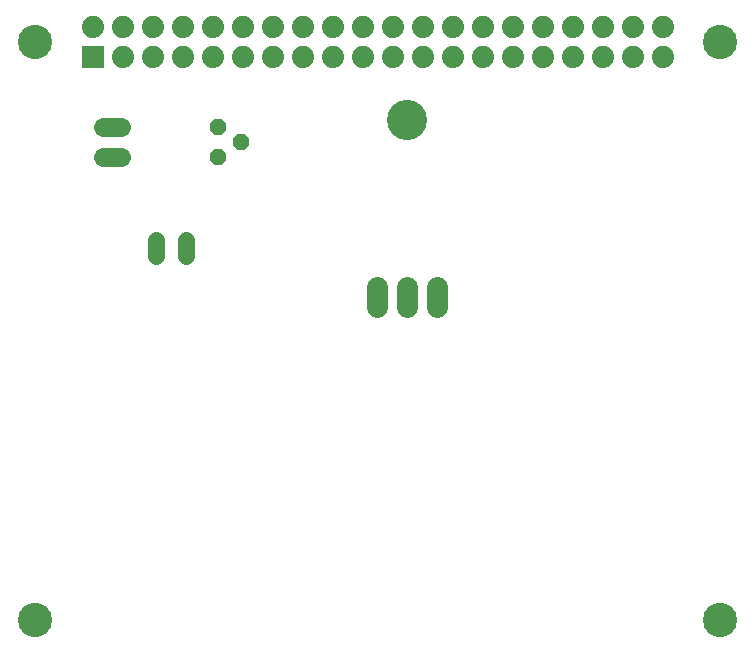
<source format=gbr>
G04 EAGLE Gerber RS-274X export*
G75*
%MOMM*%
%FSLAX34Y34*%
%LPD*%
%INSoldermask Bottom*%
%IPPOS*%
%AMOC8*
5,1,8,0,0,1.08239X$1,22.5*%
G01*
%ADD10C,2.901600*%
%ADD11R,1.879600X1.879600*%
%ADD12C,1.879600*%
%ADD13C,1.609600*%
%ADD14P,1.539592X8X292.500000*%
%ADD15C,1.422400*%
%ADD16C,1.778000*%
%ADD17C,3.403600*%


D10*
X35000Y35000D03*
X35000Y525000D03*
X615000Y525000D03*
X615000Y35000D03*
D11*
X83700Y512300D03*
D12*
X83700Y537700D03*
X109100Y512300D03*
X109100Y537700D03*
X134500Y512300D03*
X134500Y537700D03*
X159900Y512300D03*
X159900Y537700D03*
X185300Y512300D03*
X185300Y537700D03*
X210700Y512300D03*
X210700Y537700D03*
X236100Y512300D03*
X236100Y537700D03*
X261500Y512300D03*
X261500Y537700D03*
X286900Y512300D03*
X286900Y537700D03*
X312300Y512300D03*
X312300Y537700D03*
X337700Y512300D03*
X337700Y537700D03*
X363100Y512300D03*
X363100Y537700D03*
X388500Y512300D03*
X388500Y537700D03*
X413900Y512300D03*
X413900Y537700D03*
X439300Y512300D03*
X439300Y537700D03*
X464700Y512300D03*
X464700Y537700D03*
X490100Y512300D03*
X490100Y537700D03*
X515500Y512300D03*
X515500Y537700D03*
X540900Y512300D03*
X540900Y537700D03*
X566300Y512300D03*
X566300Y537700D03*
D13*
X107540Y427300D02*
X92460Y427300D01*
X92460Y452700D02*
X107540Y452700D01*
D14*
X190000Y427300D03*
X209050Y440000D03*
X190000Y452700D03*
D15*
X137300Y356604D02*
X137300Y343396D01*
X162700Y343396D02*
X162700Y356604D01*
D16*
X324600Y316782D02*
X324600Y300018D01*
X350000Y300018D02*
X350000Y316782D01*
X375400Y316782D02*
X375400Y300018D01*
D17*
X350000Y458260D03*
M02*

</source>
